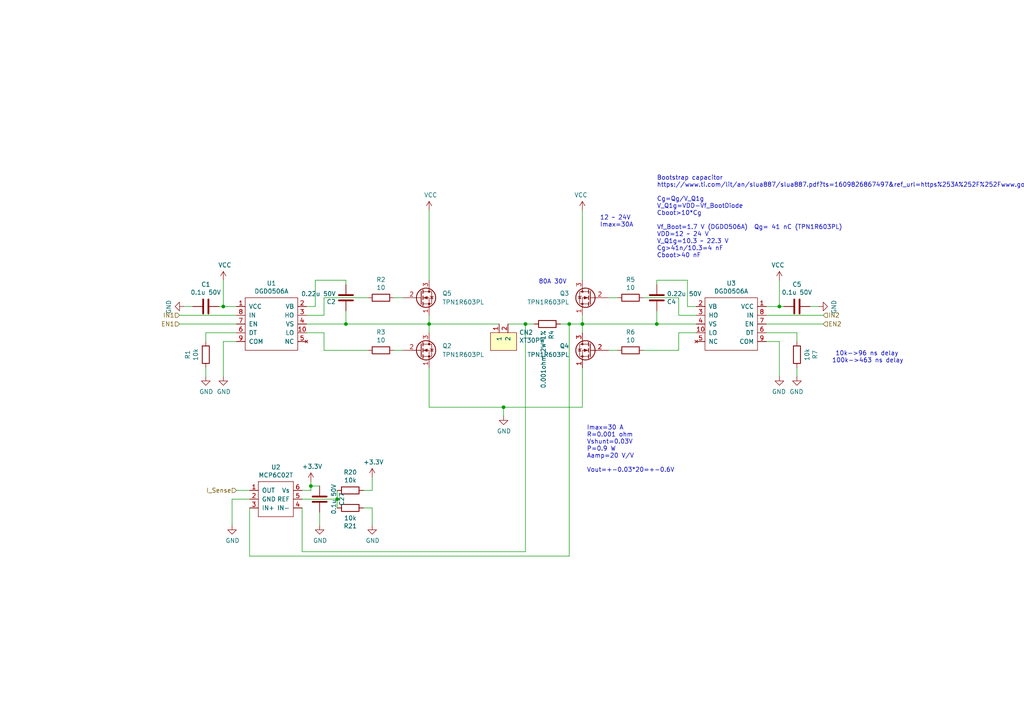
<source format=kicad_sch>
(kicad_sch (version 20211123) (generator eeschema)
  (paper "A4")
  (lib_symbols
    (symbol "Device:C" (pin_numbers hide) (pin_names (offset 0.254))
      (property "Reference" "C" (at 0.635 2.54 0))
      (property "Value" "C" (at 0.635 -2.54 0))
      (symbol "C_0_1"
        (polyline (pts (xy -2.032 -0.762) (xy 2.032 -0.762)) (stroke (width 0.508)))
        (polyline (pts (xy -2.032 0.762) (xy 2.032 0.762)) (stroke (width 0.508)))
      )
      (symbol "C_1_1"
        (pin passive line (at 0 3.81 270) (length 2.794) (name "~") (number "1"))
        (pin passive line (at 0 -3.81 90) (length 2.794) (name "~") (number "2"))
      )
    )
    (symbol "Device:Q_NMOS_SGD" (pin_names (offset 0) hide)
      (property "Reference" "Q" (at 5.08 1.27 0))
      (property "Value" "Q_NMOS_SGD" (at 5.08 -1.27 0))
      (symbol "Q_NMOS_SGD_0_1"
        (polyline (pts (xy 0.254 0) (xy -2.54 0)))
        (polyline (pts (xy 0.254 1.905) (xy 0.254 -1.905)) (stroke (width 0.254)))
        (polyline (pts (xy 0.762 -1.27) (xy 0.762 -2.286)) (stroke (width 0.254)))
        (polyline (pts (xy 0.762 0.508) (xy 0.762 -0.508)) (stroke (width 0.254)))
        (polyline (pts (xy 0.762 2.286) (xy 0.762 1.27)) (stroke (width 0.254)))
        (polyline (pts (xy 2.54 2.54) (xy 2.54 1.778)))
        (polyline (pts (xy 2.54 -2.54) (xy 2.54 0) (xy 0.762 0)))
        (polyline (pts (xy 0.762 -1.778) (xy 3.302 -1.778) (xy 3.302 1.778) (xy 0.762 1.778)))
        (polyline (pts (xy 1.016 0) (xy 2.032 0.381) (xy 2.032 -0.381) (xy 1.016 0)) (fill (type outline)))
        (polyline (pts (xy 2.794 0.508) (xy 2.921 0.381) (xy 3.683 0.381) (xy 3.81 0.254)))
        (polyline (pts (xy 3.302 0.381) (xy 2.921 -0.254) (xy 3.683 -0.254) (xy 3.302 0.381)))
        (circle (center 1.651 0) (radius 2.794) (stroke (width 0.254)))
        (circle (center 2.54 -1.778) (radius 0.254) (fill (type outline)))
        (circle (center 2.54 1.778) (radius 0.254) (fill (type outline)))
      )
      (symbol "Q_NMOS_SGD_1_1"
        (pin passive line (at 2.54 -5.08 90) (length 2.54) (name "S") (number "1"))
        (pin input line (at -5.08 0 0) (length 5.08) (name "G") (number "2"))
        (pin passive line (at 2.54 5.08 270) (length 2.54) (name "D") (number "3"))
      )
    )
    (symbol "Device:R" (pin_numbers hide) (pin_names (offset 0))
      (property "Reference" "R" (at 2.032 0 90))
      (property "Value" "R" (at 0 0 90))
      (symbol "R_0_1"
        (rectangle (start -1.016 -2.54) (end 1.016 2.54) (stroke (width 0.254)))
      )
      (symbol "R_1_1"
        (pin passive line (at 0 3.81 270) (length 1.27) (name "~") (number "1"))
        (pin passive line (at 0 -3.81 90) (length 1.27) (name "~") (number "2"))
      )
    )
    (symbol "RP_MD-rescue:XT30PW-maki_lib" (pin_names (offset 1.016))
      (property "Reference" "CN" (at 2.54 -7.62 0))
      (property "Value" "XT30PW-maki_lib" (at 0 5.08 0))
      (symbol "XT30PW-maki_lib_0_1"
        (rectangle (start 0 2.54) (end 5.08 -5.08) (fill (type background)))
      )
      (symbol "XT30PW-maki_lib_1_1"
        (pin bidirectional line (at -2.54 0 0) (length 2.54) (name "1") (number "1"))
        (pin bidirectional line (at -2.54 -2.54 0) (length 2.54) (name "2") (number "2"))
      )
    )
    (symbol "RP_MD:DGD0506A" (pin_names (offset 1.016))
      (property "Reference" "U" (at 0 12.7 0))
      (property "Value" "DGD0506A" (at 0 10.16 0))
      (symbol "DGD0506A_0_1"
        (rectangle (start -7.62 7.62) (end 7.62 -7.62))
      )
      (symbol "DGD0506A_1_1"
        (pin power_in line (at -10.16 5.08 0) (length 2.54) (name "VCC") (number "1"))
        (pin output line (at 10.16 -2.54 180) (length 2.54) (name "LO") (number "10"))
        (pin output line (at 10.16 5.08 180) (length 2.54) (name "VB") (number "2"))
        (pin output line (at 10.16 2.54 180) (length 2.54) (name "HO") (number "3"))
        (pin output line (at 10.16 0 180) (length 2.54) (name "VS") (number "4"))
        (pin no_connect line (at 10.16 -5.08 180) (length 2.54) (name "NC") (number "5"))
        (pin input line (at -10.16 -2.54 0) (length 2.54) (name "DT") (number "6"))
        (pin input line (at -10.16 0 0) (length 2.54) (name "EN") (number "7"))
        (pin input line (at -10.16 2.54 0) (length 2.54) (name "IN") (number "8"))
        (pin power_in line (at -10.16 -5.08 0) (length 2.54) (name "COM") (number "9"))
      )
    )
    (symbol "maki_lib:INA181" (pin_names (offset 1.016))
      (property "Reference" "U" (at 0 7.62 0))
      (property "Value" "maki_lib_INA181" (at 0 -7.62 0))
      (symbol "INA181_0_1"
        (rectangle (start -5.08 -5.08) (end 5.08 -5.08))
        (rectangle (start -5.08 5.08) (end -5.08 -5.08))
        (rectangle (start 5.08 -5.08) (end 5.08 5.08))
        (rectangle (start 5.08 5.08) (end -5.08 5.08))
      )
      (symbol "INA181_1_1"
        (pin output line (at -7.62 2.54 0) (length 2.54) (name "OUT") (number "1"))
        (pin power_in line (at -7.62 0 0) (length 2.54) (name "GND") (number "2"))
        (pin input line (at -7.62 -2.54 0) (length 2.54) (name "IN+") (number "3"))
        (pin input line (at 7.62 -2.54 180) (length 2.54) (name "IN-") (number "4"))
        (pin input line (at 7.62 0 180) (length 2.54) (name "REF") (number "5"))
        (pin power_in line (at 7.62 2.54 180) (length 2.54) (name "Vs") (number "6"))
      )
    )
    (symbol "power:+3.3V" (power) (pin_names (offset 0))
      (property "Value" "+3.3V" (at 0 3.556 0))
      (symbol "+3.3V_0_1"
        (polyline (pts (xy -0.762 1.27) (xy 0 2.54)))
        (polyline (pts (xy 0 0) (xy 0 2.54)))
        (polyline (pts (xy 0 2.54) (xy 0.762 1.27)))
      )
      (symbol "+3.3V_1_1"
        (pin power_in line (at 0 0 90) (length 0) hide (name "+3.3V") (number "1"))
      )
    )
    (symbol "power:GND" (power) (pin_names (offset 0))
      (property "Value" "GND" (at 0 -3.81 0))
      (symbol "GND_0_1"
        (polyline (pts (xy 0 0) (xy 0 -1.27) (xy 1.27 -1.27) (xy 0 -2.54) (xy -1.27 -1.27) (xy 0 -1.27)))
      )
      (symbol "GND_1_1"
        (pin power_in line (at 0 0 270) (length 0) hide (name "GND") (number "1"))
      )
    )
    (symbol "power:VCC" (power) (pin_names (offset 0))
      (property "Value" "VCC" (at 0 3.81 0))
      (symbol "VCC_0_1"
        (polyline (pts (xy -0.762 1.27) (xy 0 2.54)))
        (polyline (pts (xy 0 0) (xy 0 2.54)))
        (polyline (pts (xy 0 2.54) (xy 0.762 1.27)))
      )
      (symbol "VCC_1_1"
        (pin power_in line (at 0 0 90) (length 0) hide (name "VCC") (number "1"))
      )
    )
  )
  (junction (at 226.06 88.9))
  (junction (at 64.77 88.9))
  (junction (at 124.46 93.98))
  (junction (at 146.05 118.11))
  (junction (at 168.91 93.98))
  (junction (at 90.17 140.97))
  (junction (at 165.1 93.98))
  (junction (at 190.5 93.98))
  (junction (at 97.79 144.78))
  (junction (at 152.4 93.98))
  (junction (at 100.33 93.98))
  (wire (pts (xy 88.9 91.44) (xy 93.98 91.44)))
  (wire (pts (xy 168.91 106.68) (xy 168.91 118.11)))
  (wire (pts (xy 59.69 109.22) (xy 59.69 106.68)))
  (wire (pts (xy 124.46 118.11) (xy 146.05 118.11)))
  (wire (pts (xy 199.39 81.28) (xy 190.5 81.28)))
  (wire (pts (xy 114.3 101.6) (xy 116.84 101.6)))
  (wire (pts (xy 190.5 81.28) (xy 190.5 82.55)))
  (wire (pts (xy 97.79 144.78) (xy 97.79 142.24)))
  (wire (pts (xy 227.33 88.9) (xy 226.06 88.9)))
  (wire (pts (xy 114.3 86.36) (xy 116.84 86.36)))
  (wire (pts (xy 238.76 91.44) (xy 222.25 91.44)))
  (wire (pts (xy 231.14 109.22) (xy 231.14 106.68)))
  (wire (pts (xy 92.71 152.4) (xy 92.71 148.59)))
  (wire (pts (xy 147.32 93.98) (xy 152.4 93.98)))
  (wire (pts (xy 97.79 147.32) (xy 97.79 144.78)))
  (wire (pts (xy 201.93 88.9) (xy 199.39 88.9)))
  (wire (pts (xy 168.91 60.96) (xy 168.91 81.28)))
  (wire (pts (xy 196.85 91.44) (xy 196.85 86.36)))
  (wire (pts (xy 196.85 96.52) (xy 196.85 101.6)))
  (wire (pts (xy 190.5 90.17) (xy 190.5 93.98)))
  (wire (pts (xy 168.91 91.44) (xy 168.91 93.98)))
  (wire (pts (xy 93.98 101.6) (xy 106.68 101.6)))
  (wire (pts (xy 88.9 96.52) (xy 93.98 96.52)))
  (wire (pts (xy 168.91 93.98) (xy 168.91 96.52)))
  (wire (pts (xy 146.05 120.65) (xy 146.05 118.11)))
  (wire (pts (xy 100.33 90.17) (xy 100.33 93.98)))
  (wire (pts (xy 91.44 88.9) (xy 91.44 81.28)))
  (wire (pts (xy 162.56 93.98) (xy 165.1 93.98)))
  (wire (pts (xy 52.07 93.98) (xy 68.58 93.98)))
  (wire (pts (xy 107.95 147.32) (xy 107.95 152.4)))
  (wire (pts (xy 237.49 88.9) (xy 234.95 88.9)))
  (wire (pts (xy 72.39 147.32) (xy 72.39 161.29)))
  (wire (pts (xy 90.17 140.97) (xy 90.17 142.24)))
  (wire (pts (xy 68.58 88.9) (xy 64.77 88.9)))
  (wire (pts (xy 226.06 99.06) (xy 226.06 109.22)))
  (wire (pts (xy 179.07 101.6) (xy 176.53 101.6)))
  (wire (pts (xy 226.06 88.9) (xy 226.06 81.28)))
  (wire (pts (xy 124.46 93.98) (xy 124.46 96.52)))
  (wire (pts (xy 92.71 140.97) (xy 90.17 140.97)))
  (wire (pts (xy 201.93 91.44) (xy 196.85 91.44)))
  (wire (pts (xy 87.63 144.78) (xy 97.79 144.78)))
  (wire (pts (xy 93.98 86.36) (xy 106.68 86.36)))
  (wire (pts (xy 152.4 160.02) (xy 152.4 93.98)))
  (wire (pts (xy 124.46 60.96) (xy 124.46 81.28)))
  (wire (pts (xy 87.63 160.02) (xy 152.4 160.02)))
  (wire (pts (xy 201.93 96.52) (xy 196.85 96.52)))
  (wire (pts (xy 238.76 93.98) (xy 222.25 93.98)))
  (wire (pts (xy 90.17 139.7) (xy 90.17 140.97)))
  (wire (pts (xy 231.14 96.52) (xy 222.25 96.52)))
  (wire (pts (xy 64.77 88.9) (xy 64.77 81.28)))
  (wire (pts (xy 107.95 138.43) (xy 107.95 142.24)))
  (wire (pts (xy 59.69 96.52) (xy 68.58 96.52)))
  (wire (pts (xy 124.46 93.98) (xy 144.78 93.98)))
  (wire (pts (xy 107.95 142.24) (xy 105.41 142.24)))
  (wire (pts (xy 67.31 144.78) (xy 72.39 144.78)))
  (wire (pts (xy 124.46 91.44) (xy 124.46 93.98)))
  (wire (pts (xy 52.07 91.44) (xy 68.58 91.44)))
  (wire (pts (xy 165.1 93.98) (xy 168.91 93.98)))
  (wire (pts (xy 201.93 93.98) (xy 190.5 93.98)))
  (wire (pts (xy 100.33 81.28) (xy 100.33 82.55)))
  (wire (pts (xy 87.63 142.24) (xy 90.17 142.24)))
  (wire (pts (xy 93.98 91.44) (xy 93.98 86.36)))
  (wire (pts (xy 93.98 96.52) (xy 93.98 101.6)))
  (wire (pts (xy 199.39 88.9) (xy 199.39 81.28)))
  (wire (pts (xy 190.5 93.98) (xy 168.91 93.98)))
  (wire (pts (xy 222.25 99.06) (xy 226.06 99.06)))
  (wire (pts (xy 196.85 86.36) (xy 186.69 86.36)))
  (wire (pts (xy 196.85 101.6) (xy 186.69 101.6)))
  (wire (pts (xy 88.9 88.9) (xy 91.44 88.9)))
  (wire (pts (xy 91.44 81.28) (xy 100.33 81.28)))
  (wire (pts (xy 88.9 93.98) (xy 100.33 93.98)))
  (wire (pts (xy 63.5 88.9) (xy 64.77 88.9)))
  (wire (pts (xy 124.46 106.68) (xy 124.46 118.11)))
  (wire (pts (xy 222.25 88.9) (xy 226.06 88.9)))
  (wire (pts (xy 165.1 161.29) (xy 72.39 161.29)))
  (wire (pts (xy 59.69 99.06) (xy 59.69 96.52)))
  (wire (pts (xy 152.4 93.98) (xy 154.94 93.98)))
  (wire (pts (xy 179.07 86.36) (xy 176.53 86.36)))
  (wire (pts (xy 100.33 93.98) (xy 124.46 93.98)))
  (wire (pts (xy 146.05 118.11) (xy 168.91 118.11)))
  (wire (pts (xy 67.31 152.4) (xy 67.31 144.78)))
  (wire (pts (xy 105.41 147.32) (xy 107.95 147.32)))
  (wire (pts (xy 165.1 93.98) (xy 165.1 161.29)))
  (wire (pts (xy 53.34 88.9) (xy 55.88 88.9)))
  (wire (pts (xy 87.63 147.32) (xy 87.63 160.02)))
  (wire (pts (xy 68.58 99.06) (xy 64.77 99.06)))
  (wire (pts (xy 68.58 142.24) (xy 72.39 142.24)))
  (wire (pts (xy 231.14 99.06) (xy 231.14 96.52)))
  (wire (pts (xy 64.77 99.06) (xy 64.77 109.22)))
  (text "Bootstrap capacitor\nhttps://www.ti.com/lit/an/slua887/slua887.pdf?ts=1609826867497&ref_url=https%253A%252F%252Fwww.google.com%252F\n\nCg=Qg/V_Q1g\nV_Q1g=VDD-Vf_BootDiode\nCboot>10*Cg\n\nVf_Boot=1.7 V (DGDO506A)  Qg= 41 nC (TPN1R603PL)\nVDD=12 ~ 24 V\nV_Q1g=10.3 ~ 22.3 V\nCg>41n/10.3=4 nF\nCboot>40 nF" (at 190.5 74.93 0) (effects (font (size 1.27 1.27)) (justify left bottom)))
  (text "Imax=30 A\nR=0.001 ohm\nVshunt=0.03V\nP=0.9 W\nAamp=20 V/V\n\nVout=+-0.03*20=+-0.6V" (at 170.18 137.16 0) (effects (font (size 1.27 1.27)) (justify left bottom)))
  (text " 10k->96 ns delay\n100k->463 ns delay\n" (at 241.3 105.41 0) (effects (font (size 1.27 1.27)) (justify left bottom)))
  (text "80A 30V" (at 156.21 82.55 0) (effects (font (size 1.27 1.27)) (justify left bottom)))
  (text "12 ~ 24V\nImax=30A" (at 173.99 66.04 0) (effects (font (size 1.27 1.27)) (justify left bottom)))
  (hierarchical_label "IN2" (shape input) (at 238.76 91.44 0))
  (hierarchical_label "I_Sense" (shape input) (at 68.58 142.24 180))
  (hierarchical_label "EN1" (shape input) (at 52.07 93.98 180))
  (hierarchical_label "IN1" (shape input) (at 52.07 91.44 180))
  (hierarchical_label "EN2" (shape input) (at 238.76 93.98 0))
  (symbol (lib_id "Device:R") (at 110.49 86.36 270) (unit 1)
    (property "Reference" "R2" (at 110.49 81.1022 90))
    (property "Value" "10" (at 110.49 83.4136 90))
    (property "Footprint" "Resistor_SMD:R_0402_1005Metric" (effects hide))
  )
  (symbol (lib_id "Device:R") (at 110.49 101.6 270) (unit 1)
    (property "Reference" "R3" (at 110.49 96.3422 90))
    (property "Value" "10" (at 110.49 98.6536 90))
    (property "Footprint" "Resistor_SMD:R_0402_1005Metric" (effects hide))
  )
  (symbol (lib_id "Device:R") (at 182.88 86.36 90) (mirror x) (unit 1)
    (property "Reference" "R5" (at 182.88 81.1022 90))
    (property "Value" "10" (at 182.88 83.4136 90))
    (property "Footprint" "Resistor_SMD:R_0402_1005Metric" (effects hide))
  )
  (symbol (lib_id "Device:R") (at 182.88 101.6 90) (mirror x) (unit 1)
    (property "Reference" "R6" (at 182.88 96.3422 90))
    (property "Value" "10" (at 182.88 98.6536 90))
    (property "Footprint" "Resistor_SMD:R_0402_1005Metric" (effects hide))
  )
  (symbol (lib_id "Device:R") (at 158.75 93.98 90) (unit 1)
    (property "Reference" "R4" (at 159.9184 95.758 0) (effects (justify right)))
    (property "Value" "0.001ohm 2W 1%" (at 157.607 95.758 0) (effects (justify right)))
    (property "Footprint" "Resistor_SMD:R_2512_6332Metric" (effects hide))
  )
  (symbol (lib_id "power:VCC") (at 124.46 60.96 0) (unit 1)
    (property "Reference" "#PWR0102" (effects hide))
    (property "Value" "VCC" (at 124.8918 56.5658 0))
  )
  (symbol (lib_id "power:VCC") (at 168.91 60.96 0) (mirror y) (unit 1)
    (property "Reference" "#PWR0103" (effects hide))
    (property "Value" "VCC" (at 168.4782 56.5658 0))
  )
  (symbol (lib_id "power:GND") (at 67.31 152.4 0) (unit 1)
    (property "Reference" "#PWR0105" (effects hide))
    (property "Value" "GND" (at 67.437 156.7942 0))
  )
  (symbol (lib_id "power:GND") (at 146.05 120.65 0) (unit 1)
    (property "Reference" "#PWR0106" (effects hide))
    (property "Value" "GND" (at 146.177 125.0442 0))
  )
  (symbol (lib_id "RP_MD:DGD0506A") (at 78.74 93.98 0) (unit 1)
    (property "Reference" "U1" (at 78.74 82.169 0))
    (property "Value" "DGD0506A" (at 78.74 84.4804 0))
    (property "Footprint" "Package_SO:MSOP-10_3x3mm_P0.5mm" (effects hide))
    (property "Datasheet" "https://www.diodes.com/assets/Datasheets/DGD0506A.pdf" (effects hide))
  )
  (symbol (lib_id "Device:C") (at 59.69 88.9 270) (unit 1)
    (property "Reference" "C1" (at 59.69 82.4992 90))
    (property "Value" "0.1u 50V" (at 59.69 84.8106 90))
    (property "Footprint" "Capacitor_SMD:C_0402_1005Metric" (effects hide))
  )
  (symbol (lib_id "Device:C") (at 100.33 86.36 180) (unit 1)
    (property "Reference" "C2" (at 97.409 87.5284 0) (effects (justify left)))
    (property "Value" "0.22u 50V" (at 97.409 85.217 0) (effects (justify left)))
    (property "Footprint" "Capacitor_SMD:C_0402_1005Metric" (effects hide))
  )
  (symbol (lib_id "Device:R") (at 59.69 102.87 0) (unit 1)
    (property "Reference" "R1" (at 54.4322 102.87 90))
    (property "Value" "10k" (at 56.7436 102.87 90))
    (property "Footprint" "Resistor_SMD:R_0402_1005Metric" (effects hide))
  )
  (symbol (lib_id "power:GND") (at 64.77 109.22 0) (unit 1)
    (property "Reference" "#PWR0108" (effects hide))
    (property "Value" "GND" (at 64.897 113.6142 0))
  )
  (symbol (lib_id "power:VCC") (at 64.77 81.28 0) (unit 1)
    (property "Reference" "#PWR0109" (effects hide))
    (property "Value" "VCC" (at 65.2018 76.8858 0))
  )
  (symbol (lib_id "power:GND") (at 53.34 88.9 270) (unit 1)
    (property "Reference" "#PWR0110" (effects hide))
    (property "Value" "GND" (at 48.9458 89.027 0))
  )
  (symbol (lib_id "power:GND") (at 59.69 109.22 0) (unit 1)
    (property "Reference" "#PWR0111" (effects hide))
    (property "Value" "GND" (at 59.817 113.6142 0))
  )
  (symbol (lib_id "RP_MD:DGD0506A") (at 212.09 93.98 0) (mirror y) (unit 1)
    (property "Reference" "U3" (at 212.09 82.169 0))
    (property "Value" "DGD0506A" (at 212.09 84.4804 0))
    (property "Footprint" "Package_SO:MSOP-10_3x3mm_P0.5mm" (effects hide))
    (property "Datasheet" "https://www.diodes.com/assets/Datasheets/DGD0506A.pdf" (effects hide))
  )
  (symbol (lib_id "Device:C") (at 231.14 88.9 90) (mirror x) (unit 1)
    (property "Reference" "C5" (at 231.14 82.4992 90))
    (property "Value" "0.1u 50V" (at 231.14 84.8106 90))
    (property "Footprint" "Capacitor_SMD:C_0402_1005Metric" (effects hide))
  )
  (symbol (lib_id "Device:C") (at 190.5 86.36 0) (mirror x) (unit 1)
    (property "Reference" "C4" (at 193.421 87.5284 0) (effects (justify left)))
    (property "Value" "0.22u 50V" (at 193.421 85.217 0) (effects (justify left)))
    (property "Footprint" "Capacitor_SMD:C_0402_1005Metric" (effects hide))
  )
  (symbol (lib_id "power:GND") (at 226.06 109.22 0) (mirror y) (unit 1)
    (property "Reference" "#PWR0112" (effects hide))
    (property "Value" "GND" (at 225.933 113.6142 0))
  )
  (symbol (lib_id "power:VCC") (at 226.06 81.28 0) (mirror y) (unit 1)
    (property "Reference" "#PWR0113" (effects hide))
    (property "Value" "VCC" (at 225.6282 76.8858 0))
  )
  (symbol (lib_id "power:GND") (at 231.14 109.22 0) (mirror y) (unit 1)
    (property "Reference" "#PWR0114" (effects hide))
    (property "Value" "GND" (at 231.013 113.6142 0))
  )
  (symbol (lib_id "Device:R") (at 231.14 102.87 0) (mirror y) (unit 1)
    (property "Reference" "R7" (at 236.3978 102.87 90))
    (property "Value" "10k" (at 234.0864 102.87 90))
    (property "Footprint" "Resistor_SMD:R_0402_1005Metric" (effects hide))
  )
  (symbol (lib_id "power:GND") (at 237.49 88.9 90) (mirror x) (unit 1)
    (property "Reference" "#PWR0115" (effects hide))
    (property "Value" "GND" (at 241.8842 89.027 0))
  )
  (symbol (lib_id "maki_lib:INA181") (at 80.01 144.78 0) (unit 1)
    (property "Reference" "U2" (at 80.01 135.509 0))
    (property "Value" "MCP6C02T" (at 80.01 137.8204 0))
    (property "Footprint" "Package_TO_SOT_SMD:SOT-23-6_Handsoldering" (effects hide))
  )
  (symbol (lib_id "Device:R") (at 101.6 142.24 270) (unit 1)
    (property "Reference" "R20" (at 101.6 136.9822 90))
    (property "Value" "10k" (at 101.6 139.2936 90))
    (property "Footprint" "Resistor_SMD:R_0402_1005Metric" (effects hide))
  )
  (symbol (lib_id "Device:R") (at 101.6 147.32 90) (unit 1)
    (property "Reference" "R21" (at 101.6 152.5778 90))
    (property "Value" "10k" (at 101.6 150.2664 90))
    (property "Footprint" "Resistor_SMD:R_0402_1005Metric" (effects hide))
  )
  (symbol (lib_id "power:GND") (at 107.95 152.4 0) (unit 1)
    (property "Reference" "#PWR010" (effects hide))
    (property "Value" "GND" (at 108.077 156.7942 0))
  )
  (symbol (lib_id "RP_MD-rescue:XT30PW-maki_lib") (at 144.78 96.52 90) (mirror x) (unit 1)
    (property "Reference" "CN2" (at 150.5712 96.4184 90) (effects (justify right)))
    (property "Value" "XT30PW" (at 150.5712 98.7298 90) (effects (justify right)))
    (property "Footprint" "maki_lib:XT30PW" (effects hide))
  )
  (symbol (lib_id "power:+3.3V") (at 90.17 139.7 0) (unit 1)
    (property "Reference" "#PWR0107" (effects hide))
    (property "Value" "+3.3V" (at 90.551 135.3058 0))
  )
  (symbol (lib_id "power:+3.3V") (at 107.95 138.43 0) (unit 1)
    (property "Reference" "#PWR0152" (effects hide))
    (property "Value" "+3.3V" (at 108.331 134.0358 0))
  )
  (symbol (lib_id "Device:C") (at 92.71 144.78 180) (unit 1)
    (property "Reference" "C27" (at 99.1108 144.78 90))
    (property "Value" "0.1u 50V" (at 96.7994 144.78 90))
    (property "Footprint" "Capacitor_SMD:C_0402_1005Metric" (effects hide))
  )
  (symbol (lib_id "power:GND") (at 92.71 152.4 0) (unit 1)
    (property "Reference" "#PWR041" (effects hide))
    (property "Value" "GND" (at 92.837 156.7942 0))
  )
  (symbol (lib_id "Device:Q_NMOS_SGD") (at 121.92 101.6 0) (unit 1)
    (property "Reference" "Q2" (at 128.27 100.3299 0) (effects (justify left)))
    (property "Value" "TPN1R603PL" (at 128.27 102.8699 0) (effects (justify left)))
    (property "Footprint" "RP_MD:TSON_Advance" (effects hide))
    (property "Datasheet" "https://akizukidenshi.com/download/ds/Toshiba/TPN1R603PL_datasheet_ja_20191018.pdf" (effects hide))
  )
  (symbol (lib_id "Device:Q_NMOS_SGD") (at 121.92 86.36 0) (unit 1)
    (property "Reference" "Q5" (at 128.27 85.0899 0) (effects (justify left)))
    (property "Value" "TPN1R603PL" (at 128.27 87.6299 0) (effects (justify left)))
    (property "Footprint" "RP_MD:TSON_Advance" (effects hide))
    (property "Datasheet" "https://akizukidenshi.com/download/ds/Toshiba/TPN1R603PL_datasheet_ja_20191018.pdf" (effects hide))
  )
  (symbol (lib_id "Device:Q_NMOS_SGD") (at 171.45 101.6 0) (mirror y) (unit 1)
    (property "Reference" "Q4" (at 165.1 100.3299 0) (effects (justify left)))
    (property "Value" "TPN1R603PL" (at 165.1 102.8699 0) (effects (justify left)))
    (property "Footprint" "RP_MD:TSON_Advance" (effects hide))
    (property "Datasheet" "https://akizukidenshi.com/download/ds/Toshiba/TPN1R603PL_datasheet_ja_20191018.pdf" (effects hide))
  )
  (symbol (lib_id "Device:Q_NMOS_SGD") (at 171.45 86.36 0) (mirror y) (unit 1)
    (property "Reference" "Q3" (at 165.1 85.0899 0) (effects (justify left)))
    (property "Value" "TPN1R603PL" (at 165.1 87.6299 0) (effects (justify left)))
    (property "Footprint" "RP_MD:TSON_Advance" (effects hide))
    (property "Datasheet" "https://akizukidenshi.com/download/ds/Toshiba/TPN1R603PL_datasheet_ja_20191018.pdf" (effects hide))
  )
)
</source>
